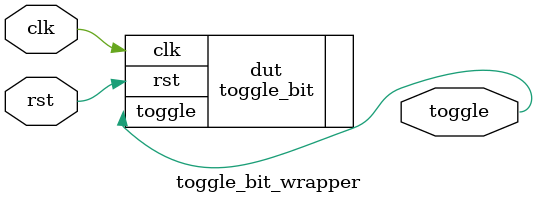
<source format=v>
module toggle_bit_wrapper (
    input wire clk,
    input wire rst,
    output reg toggle
);

    toggle_bit dut (
        .clk(clk),
        .rst(rst),
        .toggle(toggle)
    );
    initial begin
        $dumpfile(".\vcds\toggle_bit.vcd");
        $dumpvars(0, toggle_bit_wrapper);
    end
endmodule

</source>
